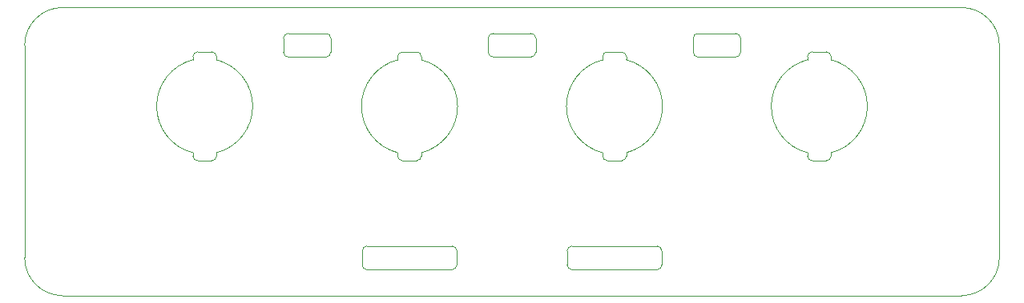
<source format=gbr>
%TF.GenerationSoftware,KiCad,Pcbnew,9.0.0-rc1-661-gd7f89c6576*%
%TF.CreationDate,2025-01-23T21:52:25-05:00*%
%TF.ProjectId,TS_Front_Endcap,54535f46-726f-46e7-945f-456e64636170,rev?*%
%TF.SameCoordinates,Original*%
%TF.FileFunction,Profile,NP*%
%FSLAX46Y46*%
G04 Gerber Fmt 4.6, Leading zero omitted, Abs format (unit mm)*
G04 Created by KiCad (PCBNEW 9.0.0-rc1-661-gd7f89c6576) date 2025-01-23 21:52:25*
%MOMM*%
%LPD*%
G01*
G04 APERTURE LIST*
%TA.AperFunction,Profile*%
%ADD10C,0.100000*%
%TD*%
%TA.AperFunction,Profile*%
%ADD11C,0.050000*%
%TD*%
G04 APERTURE END LIST*
D10*
X133935000Y-106214993D02*
X135435000Y-106214993D01*
X139185000Y-115259993D02*
G75*
G02*
X139685007Y-115759993I0J-500007D01*
G01*
X157085000Y-94694993D02*
G75*
G02*
X157585007Y-95194993I0J-500007D01*
G01*
X111785000Y-105373644D02*
X111785000Y-105714993D01*
X161335000Y-117259993D02*
G75*
G02*
X160835000Y-117760000I-500000J-7D01*
G01*
X165160000Y-95239993D02*
G75*
G02*
X164660007Y-94739993I0J499993D01*
G01*
X112285000Y-106214993D02*
X113785000Y-106214993D01*
X160835000Y-115259993D02*
X151835000Y-115259993D01*
X155585000Y-106214993D02*
X157085000Y-106214993D01*
X155085000Y-95194993D02*
G75*
G02*
X155585000Y-94695000I500000J-7D01*
G01*
X111785000Y-95194993D02*
G75*
G02*
X112285000Y-94695000I500000J-7D01*
G01*
X113785000Y-94694993D02*
X112285000Y-94694993D01*
D11*
X193010000Y-90000033D02*
G75*
G02*
X197009967Y-94000033I0J-3999967D01*
G01*
D10*
X151335000Y-115759993D02*
G75*
G02*
X151835000Y-115260000I500000J-7D01*
G01*
X148010000Y-94739993D02*
G75*
G02*
X147510000Y-95240000I-500000J-7D01*
G01*
X126360000Y-94739993D02*
G75*
G02*
X125860000Y-95240000I-500000J-7D01*
G01*
D11*
X197010000Y-116500033D02*
G75*
G02*
X193010000Y-120500000I-4000000J33D01*
G01*
D10*
X147510000Y-92739993D02*
X143510000Y-92739993D01*
D11*
X193010000Y-90000033D02*
X98010000Y-90000033D01*
D10*
X130185000Y-117759993D02*
G75*
G02*
X129685007Y-117259993I0J499993D01*
G01*
X176735000Y-105373644D02*
X176735000Y-105714993D01*
X179235000Y-105714993D02*
X179235000Y-105373644D01*
X151335000Y-115759993D02*
X151335000Y-117259993D01*
X135435000Y-94694993D02*
X133935000Y-94694993D01*
X133435000Y-95194993D02*
X133435000Y-95536342D01*
X133435000Y-95194993D02*
G75*
G02*
X133935000Y-94695000I500000J-7D01*
G01*
X157585000Y-105714993D02*
X157585000Y-105373644D01*
X169660000Y-94739993D02*
G75*
G02*
X169160000Y-95240000I-500000J-7D01*
G01*
X133935000Y-106214993D02*
G75*
G02*
X133435007Y-105714993I0J499993D01*
G01*
X135935000Y-95536342D02*
X135935000Y-95194993D01*
X157085000Y-94694993D02*
X155585000Y-94694993D01*
X139185000Y-115259993D02*
X130185000Y-115259993D01*
D11*
X98010000Y-120500033D02*
G75*
G02*
X94009967Y-116500033I0J4000033D01*
G01*
D10*
X121360000Y-93239993D02*
X121360000Y-94739993D01*
X157585000Y-95536342D02*
G75*
G02*
X157585003Y-105373657I-1250000J-4918658D01*
G01*
X111785000Y-95194993D02*
X111785000Y-95536342D01*
X114285000Y-105714993D02*
G75*
G02*
X113785000Y-106215000I-500000J-7D01*
G01*
X113785000Y-94694993D02*
G75*
G02*
X114285007Y-95194993I0J-500007D01*
G01*
X177235000Y-106214993D02*
X178735000Y-106214993D01*
X148010000Y-94739993D02*
X148010000Y-93239993D01*
X151835000Y-117759993D02*
X160835000Y-117759993D01*
X179235000Y-95536342D02*
X179235000Y-95194993D01*
X121860000Y-95239993D02*
X125860000Y-95239993D01*
X176735000Y-95194993D02*
X176735000Y-95536342D01*
X125860000Y-92739993D02*
X121860000Y-92739993D01*
X114285000Y-95536342D02*
G75*
G02*
X114285003Y-105373657I-1250000J-4918658D01*
G01*
X126360000Y-94739993D02*
X126360000Y-93239993D01*
X169660000Y-94739993D02*
X169660000Y-93239993D01*
X151835000Y-117759993D02*
G75*
G02*
X151335007Y-117259993I0J499993D01*
G01*
X155085000Y-105373644D02*
X155085000Y-105714993D01*
X155585000Y-106214993D02*
G75*
G02*
X155085007Y-105714993I0J499993D01*
G01*
D11*
X98010000Y-120500033D02*
X193010000Y-120500033D01*
D10*
X133435000Y-105373644D02*
X133435000Y-105714993D01*
X135935000Y-105714993D02*
G75*
G02*
X135435000Y-106215000I-500000J-7D01*
G01*
X139685000Y-117259993D02*
X139685000Y-115759993D01*
X155085000Y-105373644D02*
G75*
G02*
X155085003Y-95536355I1250000J4918644D01*
G01*
X176735000Y-105373644D02*
G75*
G02*
X176735003Y-95536355I1250000J4918644D01*
G01*
X177235000Y-106214993D02*
G75*
G02*
X176735007Y-105714993I0J499993D01*
G01*
X114285000Y-105714993D02*
X114285000Y-105373644D01*
D11*
X94010000Y-94000033D02*
G75*
G02*
X98010000Y-90000030I4000000J3D01*
G01*
D10*
X178735000Y-94694993D02*
X177235000Y-94694993D01*
X135935000Y-105714993D02*
X135935000Y-105373644D01*
X160835000Y-115259993D02*
G75*
G02*
X161335007Y-115759993I0J-500007D01*
G01*
X165160000Y-95239993D02*
X169160000Y-95239993D01*
X111785000Y-105373644D02*
G75*
G02*
X111785003Y-95536355I1250000J4918644D01*
G01*
X143510000Y-95239993D02*
G75*
G02*
X143010007Y-94739993I0J499993D01*
G01*
X197010000Y-116500033D02*
X197010000Y-94000033D01*
X129685000Y-115759993D02*
G75*
G02*
X130185000Y-115260000I500000J-7D01*
G01*
X147510000Y-92739993D02*
G75*
G02*
X148010007Y-93239993I0J-500007D01*
G01*
X169160000Y-92739993D02*
X165160000Y-92739993D01*
X179235000Y-105714993D02*
G75*
G02*
X178735000Y-106215000I-500000J-7D01*
G01*
X135935000Y-95536342D02*
G75*
G02*
X135935003Y-105373657I-1250000J-4918658D01*
G01*
X155085000Y-95194993D02*
X155085000Y-95536342D01*
X157585000Y-105714993D02*
G75*
G02*
X157085000Y-106215000I-500000J-7D01*
G01*
X178735000Y-94694993D02*
G75*
G02*
X179235007Y-95194993I0J-500007D01*
G01*
X130185000Y-117759993D02*
X139185000Y-117759993D01*
D11*
X94010000Y-94000033D02*
X94010000Y-116500033D01*
D10*
X121360000Y-93239993D02*
G75*
G02*
X121860000Y-92740000I500000J-7D01*
G01*
X125860000Y-92739993D02*
G75*
G02*
X126360007Y-93239993I0J-500007D01*
G01*
X143010000Y-93239993D02*
X143010000Y-94739993D01*
X143510000Y-95239993D02*
X147510000Y-95239993D01*
X139685000Y-117259993D02*
G75*
G02*
X139185000Y-117760000I-500000J-7D01*
G01*
X114285000Y-95536342D02*
X114285000Y-95194993D01*
X133435000Y-105373644D02*
G75*
G02*
X133435003Y-95536355I1250000J4918644D01*
G01*
X121860000Y-95239993D02*
G75*
G02*
X121360007Y-94739993I0J499993D01*
G01*
X164660000Y-93239993D02*
G75*
G02*
X165160000Y-92740000I500000J-7D01*
G01*
X161335000Y-117259993D02*
X161335000Y-115759993D01*
X169160000Y-92739993D02*
G75*
G02*
X169660007Y-93239993I0J-500007D01*
G01*
X135435000Y-94694993D02*
G75*
G02*
X135935007Y-95194993I0J-500007D01*
G01*
X179235000Y-95536342D02*
G75*
G02*
X179235003Y-105373657I-1250000J-4918658D01*
G01*
X157585000Y-95536342D02*
X157585000Y-95194993D01*
X164660000Y-93239993D02*
X164660000Y-94739993D01*
X129685000Y-115759993D02*
X129685000Y-117259993D01*
X112285000Y-106214993D02*
G75*
G02*
X111785007Y-105714993I0J499993D01*
G01*
X176735000Y-95194993D02*
G75*
G02*
X177235000Y-94695000I500000J-7D01*
G01*
X143010000Y-93239993D02*
G75*
G02*
X143510000Y-92740000I500000J-7D01*
G01*
M02*

</source>
